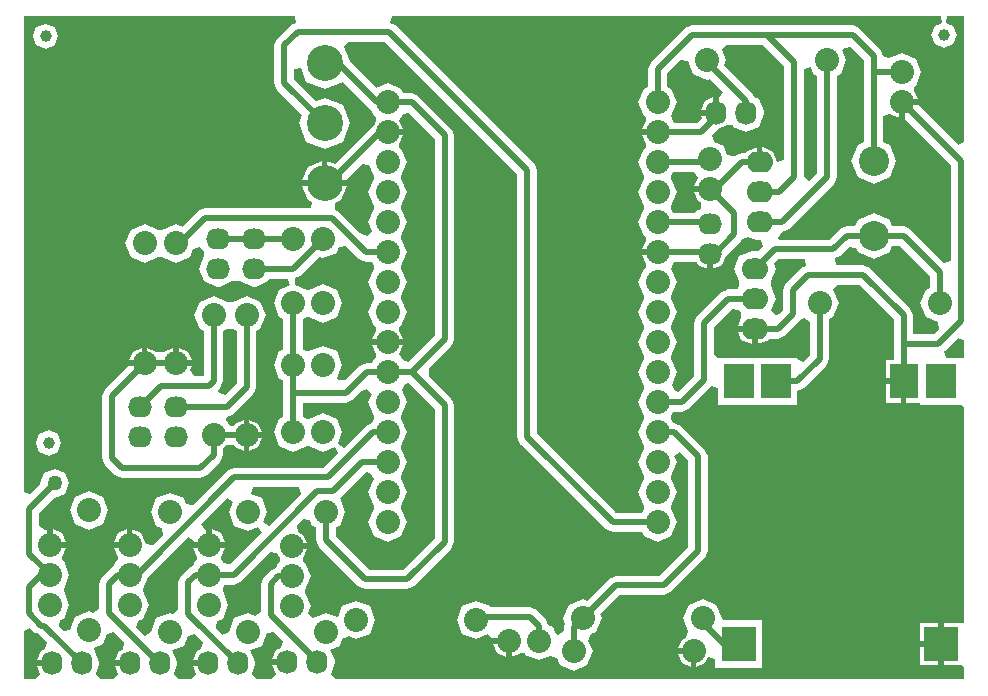
<source format=gbl>
%FSLAX43Y43*%
%MOMM*%
G71*
G01*
G75*
G04 Layer_Physical_Order=2*
G04 Layer_Color=16711680*
%ADD10C,0.500*%
%ADD11C,2.540*%
%ADD12R,2.500X3.000*%
%ADD13R,2.400X3.000*%
%ADD14R,3.000X3.000*%
%ADD15C,2.032*%
%ADD16O,2.032X1.778*%
%ADD17C,1.000*%
%ADD18C,3.048*%
%ADD19O,2.286X1.778*%
%ADD20O,1.778X2.032*%
%ADD21C,1.270*%
G36*
X171041Y46167D02*
X170698Y45339D01*
X171179Y44179D01*
X172339Y43698D01*
X173168Y44041D01*
X173501Y43542D01*
X170850Y40892D01*
X170262Y41009D01*
X170197Y41165D01*
X170044Y41229D01*
Y41538D01*
X170044Y41538D01*
X170044D01*
X170358Y42295D01*
X167716D01*
X168030Y41538D01*
Y41538D01*
D01*
Y41229D01*
X167877Y41165D01*
X167699Y40736D01*
X167488Y40649D01*
X167320Y40579D01*
X166685Y39944D01*
X166447Y39370D01*
Y37065D01*
X165948Y36732D01*
X165735Y36820D01*
X164575Y36339D01*
X164094Y35179D01*
X164108Y35146D01*
X163609Y34813D01*
X162894Y35528D01*
X163011Y36116D01*
X163466Y36305D01*
X163947Y37465D01*
X163466Y38625D01*
D01*
X163466Y38625D01*
Y38845D01*
X163466D01*
X163876Y39835D01*
X167251Y43209D01*
X167750Y42876D01*
X167716Y42795D01*
X168787D01*
Y43866D01*
X168706Y43832D01*
X168373Y44331D01*
X170542Y46501D01*
X171041Y46167D01*
D02*
G37*
G36*
X233001Y59873D02*
Y58388D01*
X232763D01*
Y58388D01*
X231420D01*
X231303Y58976D01*
X231333Y58989D01*
X232447Y60103D01*
X233001Y59873D01*
D02*
G37*
G36*
X219582Y66164D02*
X219136Y65979D01*
X217866Y64709D01*
X217628Y64135D01*
Y62439D01*
X217288Y62099D01*
X217055Y62002D01*
X216630Y62426D01*
X217022Y63373D01*
X216582Y64436D01*
D01*
X216582Y64436D01*
Y64850D01*
X216582D01*
X217022Y65913D01*
X216844Y66344D01*
X217252Y66752D01*
X219465D01*
X219582Y66164D01*
D02*
G37*
G36*
X188164Y76880D02*
Y60280D01*
X185951Y58067D01*
X185446Y58168D01*
X185163Y58697D01*
X185471Y59440D01*
X182829D01*
X183143Y58683D01*
Y58683D01*
D01*
Y58374D01*
X182990Y58310D01*
X182845Y57962D01*
X182372D01*
X181966Y57794D01*
X181798Y57724D01*
X180561Y56488D01*
X179964Y56546D01*
X179873Y56683D01*
X180330Y57785D01*
X179849Y58945D01*
X178689Y59426D01*
X177529Y58945D01*
D01*
Y58945D01*
X177309D01*
Y58945D01*
X176961Y59090D01*
Y61687D01*
X177309Y61832D01*
X177309Y61832D01*
X177529D01*
Y61832D01*
X178689Y61351D01*
X179849Y61832D01*
X180330Y62992D01*
X179849Y64152D01*
X178689Y64633D01*
X177529Y64152D01*
D01*
Y64152D01*
X177309D01*
Y64152D01*
X176308Y64567D01*
X176308Y65167D01*
X176723Y65339D01*
X178340Y66956D01*
X178689Y66812D01*
X179849Y67293D01*
X180038Y67748D01*
X180626Y67865D01*
X181755Y66736D01*
X181924Y66666D01*
X182329Y66498D01*
X182845D01*
X182990Y66150D01*
D01*
Y66150D01*
Y66150D01*
D01*
X182990Y65930D01*
X182990D01*
X182509Y64770D01*
X182990Y63610D01*
D01*
Y63610D01*
Y63610D01*
D01*
X182990Y63390D01*
X182990D01*
X182509Y62230D01*
X182990Y61070D01*
X183143Y61006D01*
Y60697D01*
X183143Y60697D01*
X183143D01*
X182829Y59940D01*
X185471D01*
X185157Y60697D01*
Y60697D01*
D01*
Y61006D01*
X185310Y61070D01*
X185791Y62230D01*
X185310Y63390D01*
D01*
X185310Y63390D01*
Y63610D01*
X185310D01*
X185791Y64770D01*
X185310Y65930D01*
D01*
X185310Y65930D01*
Y66150D01*
X185310D01*
X185791Y67310D01*
X185310Y68470D01*
D01*
X185310Y68470D01*
Y68690D01*
X185310D01*
X185791Y69850D01*
X185310Y71010D01*
D01*
X185310Y71010D01*
Y71230D01*
X185310D01*
X185791Y72390D01*
X185310Y73550D01*
D01*
X185310Y73550D01*
Y73770D01*
X185310D01*
X185791Y74930D01*
X185310Y76090D01*
X185157Y76154D01*
Y76463D01*
X185157Y76463D01*
X185157D01*
X185471Y77220D01*
X184150D01*
Y77720D01*
X185471D01*
X185163Y78463D01*
X185446Y78992D01*
X185951Y79093D01*
X188164Y76880D01*
D02*
G37*
G36*
X175274Y34441D02*
X175157Y33852D01*
X174731Y33676D01*
X174405Y32889D01*
X175641D01*
Y32389D01*
X174405D01*
X174708Y31658D01*
X174375Y31159D01*
X172985D01*
X172652Y31658D01*
X172953Y32385D01*
Y32639D01*
X172546Y33624D01*
X173499Y34019D01*
X173936Y35073D01*
X174524Y35190D01*
X175274Y34441D01*
D02*
G37*
G36*
X176852Y46894D02*
X174136Y44177D01*
X173637Y44510D01*
X173980Y45339D01*
X173499Y46499D01*
X172629Y46860D01*
X172746Y47448D01*
X176623D01*
X176852Y46894D01*
D02*
G37*
G36*
X174826Y41866D02*
X175015Y41411D01*
Y41411D01*
D01*
Y41102D01*
X174862Y41038D01*
X174679Y40597D01*
X174329Y40452D01*
X173682Y39805D01*
X173444Y39231D01*
Y36902D01*
X172945Y36569D01*
X172339Y36820D01*
D01*
X172339Y36820D01*
Y36820D01*
X171179Y36339D01*
X170698Y35179D01*
X170698Y35179D01*
X170698D01*
X170156Y34954D01*
X169595Y35515D01*
X169712Y36104D01*
X170197Y36305D01*
X170678Y37465D01*
X170197Y38625D01*
D01*
X170197Y38625D01*
Y38845D01*
X170197D01*
X170342Y39193D01*
X171111D01*
X171686Y39431D01*
X174238Y41983D01*
X174826Y41866D01*
D02*
G37*
G36*
X195149Y73959D02*
Y51689D01*
X195387Y51115D01*
X195387Y51115D01*
X195387Y51115D01*
X202626Y43876D01*
X203200Y43638D01*
X205705D01*
X205850Y43290D01*
X207010Y42809D01*
X208170Y43290D01*
X208651Y44450D01*
X208170Y45610D01*
D01*
X208170Y45610D01*
Y45830D01*
X208170D01*
X208651Y46990D01*
X208170Y48150D01*
D01*
X208170Y48150D01*
Y48370D01*
X208170D01*
X208651Y49530D01*
X208428Y50069D01*
X208926Y50402D01*
X209627Y49702D01*
Y42373D01*
X207182Y39928D01*
X203454D01*
X202880Y39690D01*
X201009Y37819D01*
X200660Y37963D01*
X199500Y37482D01*
X199019Y36322D01*
X199210Y35860D01*
X199086Y35560D01*
Y35244D01*
X198587Y34911D01*
X198377Y34998D01*
X198137Y35577D01*
X197771Y35729D01*
X197551Y36261D01*
X196789Y37023D01*
X196215Y37261D01*
X192842D01*
X192803Y37355D01*
X191643Y37836D01*
X190483Y37355D01*
X190002Y36195D01*
X190483Y35035D01*
X191643Y34554D01*
X192641Y34967D01*
X192941Y34667D01*
X194437D01*
Y34417D01*
X194687D01*
Y33096D01*
X195444Y33410D01*
X195444D01*
D01*
X195753D01*
X195817Y33257D01*
X196977Y32776D01*
X197943Y33176D01*
X198498Y32947D01*
X198738Y32368D01*
X199898Y31887D01*
X201058Y32368D01*
X201539Y33528D01*
X201165Y34431D01*
X201394Y34985D01*
X201820Y35162D01*
X202301Y36322D01*
X202157Y36671D01*
X203790Y38304D01*
X207518D01*
X208092Y38542D01*
X208092Y38542D01*
X208092Y38542D01*
X211013Y41463D01*
X211251Y42037D01*
Y50038D01*
X211132Y50325D01*
X211013Y50612D01*
X208981Y52644D01*
X208407Y52882D01*
X208315D01*
X208170Y53230D01*
D01*
X208170Y53230D01*
Y53450D01*
X208170D01*
X208315Y53798D01*
X209042D01*
X209616Y54036D01*
X211521Y55941D01*
X211530Y55962D01*
X212118Y55844D01*
Y54388D01*
X218793D01*
Y55576D01*
X218821D01*
X219395Y55814D01*
X219395Y55814D01*
X219395Y55814D01*
X221300Y57719D01*
X221370Y57887D01*
X221538Y58293D01*
Y61687D01*
X221886Y61832D01*
X222367Y62992D01*
X221910Y64094D01*
X222244Y64593D01*
X224073D01*
X227026Y61640D01*
Y58188D01*
X226338D01*
Y56638D01*
X227838D01*
Y56388D01*
X228088D01*
Y54588D01*
X229263D01*
Y54388D01*
X232763D01*
D01*
X232763D01*
X233001Y54150D01*
Y35963D01*
X233001D01*
X232813D01*
X232577Y35963D01*
X232577Y35963D01*
Y35963D01*
X231263D01*
Y34163D01*
Y32363D01*
X232577D01*
X232577Y32363D01*
X232577Y32363D01*
X232813Y32363D01*
X233001Y32175D01*
Y31159D01*
X179664D01*
X179331Y31658D01*
X179684Y32512D01*
Y32766D01*
X179303Y33687D01*
X180103Y34019D01*
X180332Y34572D01*
X180887Y34801D01*
X181483Y34554D01*
X182643Y35035D01*
X183124Y36195D01*
X182643Y37355D01*
X181483Y37836D01*
X180323Y37355D01*
X179931Y36411D01*
X178943Y36820D01*
X177863Y36373D01*
X177439Y36797D01*
X177663Y37338D01*
X177182Y38498D01*
D01*
X177182Y38498D01*
Y38718D01*
X177182D01*
X177663Y39878D01*
X177182Y41038D01*
X177029Y41102D01*
Y41411D01*
X177029Y41411D01*
X177029D01*
X177343Y42168D01*
X176022D01*
Y42668D01*
X177343D01*
X177029Y43425D01*
X176574Y43614D01*
X176457Y44202D01*
X177006Y44751D01*
X177594Y44634D01*
X177783Y44179D01*
X178131Y44034D01*
Y42926D01*
X178369Y42352D01*
X181671Y39050D01*
X182245Y38812D01*
X185801D01*
X186375Y39050D01*
X186375Y39050D01*
X186375Y39050D01*
X189550Y42225D01*
X189550Y42225D01*
X189550Y42225D01*
X189788Y42799D01*
Y54356D01*
X189669Y54643D01*
X189550Y54930D01*
X187630Y56850D01*
Y57450D01*
X189550Y59370D01*
X189669Y59657D01*
X189788Y59944D01*
Y77216D01*
X189669Y77503D01*
X189550Y77790D01*
X186756Y80584D01*
X186182Y80822D01*
X185455D01*
X185310Y81170D01*
X184150Y81651D01*
X183173Y81246D01*
X180936Y83483D01*
X180445Y84668D01*
X180778Y85167D01*
X183941D01*
X195149Y73959D01*
D02*
G37*
G36*
X182799Y55311D02*
X182509Y54610D01*
X182990Y53450D01*
D01*
Y53450D01*
Y53450D01*
D01*
X182990Y53230D01*
X182990D01*
X182838Y52864D01*
X182474Y52714D01*
X182306Y52644D01*
X180426Y50764D01*
X179927Y51097D01*
X180330Y52070D01*
X179849Y53230D01*
X178689Y53711D01*
X177529Y53230D01*
D01*
Y53230D01*
X177309D01*
Y53230D01*
X176961Y53375D01*
Y54560D01*
X180594D01*
X181168Y54798D01*
X181168Y54798D01*
X181168Y54798D01*
X181914Y55544D01*
X182375Y55735D01*
X182799Y55311D01*
D02*
G37*
G36*
X188164Y54020D02*
Y43135D01*
X185465Y40436D01*
X182581D01*
X179755Y43262D01*
Y44034D01*
X180103Y44179D01*
X180584Y45339D01*
X180103Y46499D01*
Y46499D01*
Y46499D01*
X180140Y46531D01*
X180140D01*
X180140Y46531D01*
X182312Y48703D01*
X182686Y48628D01*
X182969Y48099D01*
X182509Y46990D01*
X182990Y45830D01*
D01*
Y45830D01*
Y45830D01*
D01*
X182990Y45610D01*
X182990D01*
X182509Y44450D01*
X182990Y43290D01*
X184150Y42809D01*
X185310Y43290D01*
X185791Y44450D01*
X185310Y45610D01*
D01*
X185310Y45610D01*
Y45830D01*
X185310D01*
X185791Y46990D01*
X185310Y48150D01*
D01*
X185310Y48150D01*
Y48370D01*
X185310D01*
X185791Y49530D01*
X185310Y50690D01*
D01*
X185310Y50690D01*
Y50910D01*
X185310D01*
X185791Y52070D01*
X185310Y53230D01*
D01*
X185310Y53230D01*
Y53450D01*
X185310D01*
X185791Y54610D01*
X185363Y55643D01*
X185646Y56172D01*
X185951Y56233D01*
X188164Y54020D01*
D02*
G37*
G36*
X213896Y62436D02*
X213948Y62310D01*
X214101Y62246D01*
Y61743D01*
X214101Y61743D01*
X214101D01*
X213828Y61083D01*
X215265D01*
Y60833D01*
X215515D01*
Y59546D01*
X215519D01*
X216429Y59923D01*
X216470Y60021D01*
X217170D01*
X217744Y60259D01*
X219014Y61529D01*
X219039Y61590D01*
X219415Y61746D01*
X219914Y61413D01*
Y58629D01*
X219347Y58062D01*
X218793Y58292D01*
Y58388D01*
X212118D01*
D01*
X212118D01*
X211759Y58747D01*
Y61005D01*
X213307Y62553D01*
X213896Y62436D01*
D02*
G37*
G36*
X161849Y34277D02*
X161732Y33688D01*
X161396Y33549D01*
X161070Y32762D01*
X162306D01*
Y32262D01*
X161070D01*
X161320Y31658D01*
X160987Y31159D01*
X159777D01*
X159444Y31658D01*
X159745Y32385D01*
Y32639D01*
X159305Y33702D01*
Y33702D01*
D01*
Y33842D01*
X160037Y34146D01*
X160400Y35020D01*
X160988Y35137D01*
X161849Y34277D01*
D02*
G37*
G36*
X217755Y83103D02*
Y75096D01*
X217167Y74979D01*
X216810Y75840D01*
X215900Y76217D01*
X215896D01*
Y74930D01*
X215396D01*
Y76217D01*
X215392D01*
X214482Y75840D01*
X214441Y75742D01*
X214122D01*
X213716Y75574D01*
X213548Y75504D01*
X213516Y75472D01*
X212928Y75590D01*
X212615Y76344D01*
X211771Y76694D01*
X211654Y77283D01*
X212159Y77788D01*
X212873Y78084D01*
X212873D01*
D01*
X213376D01*
X213440Y77931D01*
X214503Y77491D01*
X215566Y77931D01*
X216006Y78994D01*
Y79248D01*
X215566Y80311D01*
X215176Y80473D01*
X215077Y80711D01*
X212660Y83128D01*
X212842Y83566D01*
X212491Y84414D01*
X212824Y84913D01*
X215945D01*
X217755Y83103D01*
D02*
G37*
G36*
X176417Y86744D02*
X176124Y86623D01*
X175956Y86553D01*
X174813Y85410D01*
X174575Y84836D01*
Y81661D01*
X174813Y81087D01*
X174813Y81087D01*
X174813Y81087D01*
X176931Y78969D01*
X176625Y78232D01*
X177267Y76683D01*
X178816Y76041D01*
X180365Y76683D01*
X181007Y78232D01*
X180365Y79781D01*
X178816Y80423D01*
X178079Y80117D01*
X176199Y81997D01*
Y82804D01*
X176787Y82921D01*
X177267Y81763D01*
X178816Y81121D01*
X180362Y81761D01*
X182687Y79436D01*
X182759Y79406D01*
X182990Y78850D01*
X183143Y78786D01*
Y78477D01*
X183143Y78477D01*
X183143D01*
X182968Y78055D01*
X182941Y78044D01*
X179670Y74773D01*
X179066Y75023D01*
Y73402D01*
X180687D01*
X180660Y73467D01*
X182014Y74821D01*
X182603Y74704D01*
X182990Y73770D01*
D01*
Y73770D01*
Y73770D01*
D01*
X182990Y73550D01*
X182990D01*
X182509Y72390D01*
X182990Y71230D01*
D01*
Y71230D01*
Y71230D01*
D01*
X182990Y71010D01*
X182990D01*
X182509Y69850D01*
X182799Y69149D01*
X182375Y68725D01*
X181842Y68946D01*
X179995Y70793D01*
X179665Y70929D01*
Y71529D01*
X180212Y71756D01*
X180687Y72902D01*
X176945D01*
X177420Y71756D01*
X177750Y71619D01*
X177633Y71031D01*
X168686D01*
X168281Y70863D01*
X168112Y70793D01*
X166801Y69482D01*
X166243Y69713D01*
X165083Y69232D01*
D01*
Y69232D01*
X164736D01*
Y69232D01*
X163576Y69713D01*
X162416Y69232D01*
X161935Y68072D01*
X162416Y66912D01*
X163576Y66431D01*
X164736Y66912D01*
X164736Y66912D01*
X165083D01*
Y66912D01*
X166243Y66431D01*
X167403Y66912D01*
X167701Y67631D01*
X168290Y67748D01*
X168582Y67455D01*
X168609Y67390D01*
D01*
Y67390D01*
Y67390D01*
D01*
X168609Y66976D01*
X168609D01*
X168169Y65913D01*
X168609Y64850D01*
X169672Y64410D01*
X169926D01*
X170989Y64850D01*
X171023Y64932D01*
X171623D01*
X171657Y64850D01*
X172720Y64410D01*
X172974D01*
X174037Y64850D01*
X174141Y65101D01*
X175742D01*
X175859Y64513D01*
X174989Y64152D01*
X174508Y62992D01*
X174989Y61832D01*
X175337Y61687D01*
Y59090D01*
X174989Y58945D01*
X174508Y57785D01*
X174989Y56625D01*
X175337Y56480D01*
Y55372D01*
X175337Y55372D01*
X175337D01*
Y53375D01*
X174989Y53230D01*
X174508Y52070D01*
X174989Y50910D01*
X176149Y50429D01*
X177309Y50910D01*
X177309Y50910D01*
X177529D01*
Y50910D01*
X178689Y50429D01*
X179662Y50832D01*
X179995Y50333D01*
X178734Y49072D01*
X171154D01*
X170748Y48904D01*
X170579Y48834D01*
X167672Y45927D01*
X167084Y46044D01*
X166895Y46499D01*
X165735Y46980D01*
X164575Y46499D01*
X164094Y45339D01*
X164575Y44179D01*
X165030Y43990D01*
X165147Y43402D01*
X164276Y42531D01*
X163688Y42648D01*
X163313Y43552D01*
X162556Y43866D01*
Y42545D01*
X162306D01*
Y42295D01*
X160985D01*
X161299Y41538D01*
Y41538D01*
D01*
Y41229D01*
X161146Y41165D01*
X160942Y40672D01*
X160716Y40579D01*
X159954Y39817D01*
X159716Y39243D01*
Y37139D01*
X159217Y36806D01*
X158877Y36947D01*
X157717Y36466D01*
X157255Y35352D01*
X156754Y35253D01*
X156330Y35677D01*
X156430Y36178D01*
X156735Y36305D01*
X157216Y37465D01*
X156735Y38625D01*
D01*
X156735Y38625D01*
Y38845D01*
X156735D01*
X157216Y40005D01*
X156735Y41165D01*
X156582Y41229D01*
Y41538D01*
X156582Y41538D01*
X156582D01*
X156896Y42295D01*
X155575D01*
Y42545D01*
X155325D01*
Y43866D01*
X155120Y43781D01*
X154621Y44114D01*
Y45269D01*
X155899Y46547D01*
X155956Y46523D01*
X156825Y46883D01*
X157185Y47752D01*
X156825Y48621D01*
X155956Y48981D01*
X155087Y48621D01*
X154727Y47752D01*
X154751Y47695D01*
X153887Y46831D01*
X153333Y47061D01*
Y87332D01*
X176300D01*
X176417Y86744D01*
D02*
G37*
G36*
X233001Y84836D02*
Y76652D01*
X232447Y76422D01*
X229109Y79760D01*
X227961D01*
Y78612D01*
X231852Y74721D01*
Y66625D01*
X231298Y66395D01*
X228412Y69281D01*
X227838Y69519D01*
X226878D01*
X226653Y70062D01*
X225298Y70623D01*
X223943Y70062D01*
X223718Y69519D01*
X223012D01*
X222606Y69351D01*
X222438Y69281D01*
X221533Y68376D01*
X217333D01*
X217244Y68509D01*
X217527Y69038D01*
X217551D01*
X218125Y69276D01*
X221935Y73086D01*
X222005Y73254D01*
X222173Y73660D01*
Y82261D01*
X222521Y82406D01*
X223002Y83566D01*
X222651Y84414D01*
X222801Y84640D01*
X223398Y84699D01*
X224486Y83611D01*
Y82677D01*
Y76637D01*
X223943Y76412D01*
X223382Y75057D01*
X223943Y73702D01*
X225298Y73141D01*
X226653Y73702D01*
X227214Y75057D01*
X226653Y76412D01*
X226110Y76637D01*
Y78899D01*
X226698Y79016D01*
X226704Y79003D01*
X227461Y78689D01*
Y80010D01*
X227711D01*
Y80260D01*
X229032D01*
X228718Y81017D01*
Y81017D01*
D01*
Y81326D01*
X228871Y81390D01*
X229352Y82550D01*
X228871Y83710D01*
X227711Y84191D01*
X226650Y83751D01*
X226096Y83981D01*
X225942Y84353D01*
X225872Y84521D01*
X224094Y86299D01*
X223520Y86537D01*
X209931D01*
X209357Y86299D01*
X206436Y83378D01*
X206198Y82804D01*
Y81315D01*
X205850Y81170D01*
X205369Y80010D01*
X205850Y78850D01*
X206003Y78786D01*
Y78477D01*
X206003Y78477D01*
X206003D01*
X205689Y77720D01*
X207010D01*
Y77220D01*
X205689D01*
X206003Y76463D01*
Y76463D01*
D01*
Y76154D01*
X205850Y76090D01*
X205369Y74930D01*
X205850Y73770D01*
D01*
Y73770D01*
Y73770D01*
D01*
X205850Y73550D01*
X205850D01*
X205369Y72390D01*
X205850Y71230D01*
D01*
Y71230D01*
Y71230D01*
D01*
X205850Y71010D01*
X205850D01*
X205369Y69850D01*
X205850Y68690D01*
X206003Y68626D01*
Y68317D01*
X206003Y68317D01*
X206003D01*
X205689Y67560D01*
X207010D01*
Y67060D01*
X205689D01*
X206003Y66303D01*
Y66303D01*
D01*
Y65994D01*
X205850Y65930D01*
X205369Y64770D01*
X205850Y63610D01*
D01*
Y63610D01*
Y63610D01*
D01*
X205850Y63390D01*
X205850D01*
X205369Y62230D01*
X205850Y61070D01*
D01*
Y61070D01*
Y61070D01*
D01*
X205850Y60850D01*
X205850D01*
X205369Y59690D01*
X205850Y58530D01*
D01*
Y58530D01*
Y58530D01*
D01*
X205850Y58310D01*
X205850D01*
X205369Y57150D01*
X205850Y55990D01*
D01*
Y55990D01*
Y55990D01*
D01*
X205850Y55770D01*
X205850D01*
X205369Y54610D01*
X205850Y53450D01*
D01*
Y53450D01*
Y53450D01*
D01*
X205850Y53230D01*
X205850D01*
X205369Y52070D01*
X205850Y50910D01*
D01*
Y50910D01*
Y50910D01*
D01*
X205850Y50690D01*
X205850D01*
X205369Y49530D01*
X205850Y48370D01*
D01*
Y48370D01*
Y48370D01*
D01*
X205850Y48150D01*
X205850D01*
X205369Y46990D01*
X205850Y45830D01*
D01*
Y45830D01*
Y45830D01*
D01*
X205850Y45610D01*
X205850D01*
X205705Y45262D01*
X203536D01*
X196773Y52025D01*
Y74295D01*
X196605Y74701D01*
X196535Y74869D01*
X184851Y86553D01*
X184390Y86744D01*
X184507Y87332D01*
X230997D01*
X231114Y86744D01*
D01*
X231114D01*
D01*
X230502Y86490D01*
X230185Y85725D01*
X230502Y84960D01*
X231267Y84643D01*
X232032Y84960D01*
X232349Y85725D01*
X232032Y86490D01*
X231420Y86744D01*
X231537Y87332D01*
X233001D01*
Y84836D01*
D02*
G37*
G36*
X154269Y35125D02*
X154438Y35055D01*
X154631Y34975D01*
X155305Y34301D01*
X155188Y33713D01*
X154792Y33549D01*
X154466Y32762D01*
X155702D01*
Y32262D01*
X154466D01*
X154716Y31658D01*
X154383Y31159D01*
X153333D01*
Y35278D01*
X153887Y35507D01*
X154269Y35125D01*
D02*
G37*
G36*
X209579Y83520D02*
X210041Y82406D01*
X211201Y81925D01*
X211460Y82032D01*
X212572Y80919D01*
X212239Y80421D01*
X212213Y80431D01*
Y79121D01*
X211963D01*
Y78871D01*
X210727D01*
X210791Y78716D01*
X210357Y78282D01*
X208406D01*
X208170Y78850D01*
D01*
D01*
X208651Y80010D01*
X208170Y81170D01*
X207822Y81315D01*
Y82468D01*
X208991Y83637D01*
X209579Y83520D01*
D02*
G37*
G36*
X210435Y73619D02*
X210134Y72894D01*
X211455D01*
Y72394D01*
X210134D01*
X210448Y71637D01*
X210659Y71549D01*
X210659Y70949D01*
X210265Y70786D01*
X210213Y70662D01*
X208315D01*
X208170Y71010D01*
D01*
X208170Y71010D01*
Y71230D01*
X208170D01*
X208651Y72390D01*
X208170Y73550D01*
D01*
X208170Y73550D01*
Y73770D01*
X208170D01*
X208315Y74118D01*
X210101D01*
X210435Y73619D01*
D02*
G37*
G36*
X215392Y68347D02*
X215767D01*
X215983Y67824D01*
X215559Y67400D01*
X215519Y67416D01*
X215011D01*
X213948Y66976D01*
X213508Y65913D01*
X213948Y64850D01*
D01*
Y64850D01*
Y64850D01*
D01*
X213948Y64436D01*
X213948D01*
X213844Y64185D01*
X212979D01*
X212692Y64066D01*
X212405Y63947D01*
X210373Y61915D01*
X210135Y61341D01*
Y56851D01*
X208811Y55527D01*
X208506Y55588D01*
X208223Y56117D01*
X208651Y57150D01*
X208170Y58310D01*
D01*
X208170Y58310D01*
Y58530D01*
X208170D01*
X208651Y59690D01*
X208170Y60850D01*
D01*
X208170Y60850D01*
Y61070D01*
X208170D01*
X208651Y62230D01*
X208170Y63390D01*
D01*
X208170Y63390D01*
Y63610D01*
X208170D01*
X208651Y64770D01*
X208170Y65930D01*
Y65930D01*
Y65930D01*
X208406Y66498D01*
X210325D01*
X210418Y66273D01*
X211205Y65947D01*
Y67183D01*
X211705D01*
Y65947D01*
X212492Y66273D01*
X212788Y66987D01*
X214061Y68260D01*
X214124Y68412D01*
X214679Y68642D01*
X215392Y68347D01*
D02*
G37*
G36*
X230074Y65323D02*
Y64297D01*
X229726Y64152D01*
X229245Y62992D01*
X229726Y61832D01*
X230750Y61407D01*
X230867Y60819D01*
X230423Y60375D01*
X228650D01*
Y61976D01*
X228482Y62382D01*
X228412Y62550D01*
X224983Y65979D01*
X224409Y66217D01*
X222114D01*
X221997Y66805D01*
X222443Y66990D01*
X223228Y67775D01*
X223817Y67658D01*
X223943Y67352D01*
X225298Y66791D01*
X226653Y67352D01*
X226878Y67895D01*
X227502D01*
X230074Y65323D01*
D02*
G37*
G36*
X168513Y34301D02*
X168396Y33713D01*
X168000Y33549D01*
X167674Y32762D01*
X168910D01*
Y32262D01*
X167674D01*
X167924Y31658D01*
X167591Y31159D01*
X166381D01*
X166048Y31658D01*
X166349Y32385D01*
Y32639D01*
X165942Y33624D01*
X166895Y34019D01*
X167245Y34863D01*
X167834Y34980D01*
X168513Y34301D01*
D02*
G37*
G36*
X220201Y82406D02*
X220549Y82261D01*
Y73996D01*
X219876Y73323D01*
X219377Y73657D01*
X219379Y73660D01*
X219379Y73660D01*
X219379Y73660D01*
Y73660D01*
Y82852D01*
X219967Y82969D01*
X220201Y82406D01*
D02*
G37*
%LPC*%
G36*
X162056Y43866D02*
X161299Y43552D01*
X160985Y42795D01*
X162056D01*
Y43866D01*
D02*
G37*
G36*
X155825D02*
Y42795D01*
X156896D01*
X156582Y43552D01*
X155825Y43866D01*
D02*
G37*
G36*
X209808Y33278D02*
X208737D01*
X209051Y32521D01*
X209808Y32207D01*
Y33278D01*
D02*
G37*
G36*
X210820Y37963D02*
X209660Y37482D01*
X209179Y36322D01*
X209630Y35234D01*
X209400Y34680D01*
X209051Y34535D01*
X208737Y33778D01*
X210058D01*
Y33528D01*
X210308D01*
Y32207D01*
X211065Y32521D01*
X211280Y33038D01*
X211868Y32921D01*
Y32163D01*
X215868D01*
Y36163D01*
X212567D01*
X212461Y36322D01*
X212461Y36322D01*
X212461D01*
X211980Y37482D01*
X210820Y37963D01*
D02*
G37*
G36*
X230763Y33913D02*
X229213D01*
Y32363D01*
X230763D01*
Y33913D01*
D02*
G37*
G36*
Y35963D02*
X229213D01*
Y34413D01*
X230763D01*
Y35963D01*
D02*
G37*
G36*
X194187Y34167D02*
X193116D01*
X193430Y33410D01*
X194187Y33096D01*
Y34167D01*
D02*
G37*
G36*
X172212Y63617D02*
X171052Y63136D01*
D01*
Y63136D01*
X170578D01*
Y63136D01*
X169418Y63617D01*
X168258Y63136D01*
X167777Y61976D01*
X168258Y60816D01*
X168606Y60671D01*
Y56819D01*
X167755D01*
X167421Y57318D01*
X167564Y57662D01*
X166243D01*
Y57912D01*
X165993D01*
Y59233D01*
X165236Y58919D01*
X165210Y58856D01*
X164609D01*
X164583Y58919D01*
X163826Y59233D01*
Y57912D01*
X163576D01*
Y57662D01*
X162178D01*
X160208Y55692D01*
X159970Y55118D01*
Y49911D01*
X160208Y49337D01*
X160208Y49337D01*
X160208Y49337D01*
X161097Y48448D01*
X161671Y48210D01*
X168275D01*
X168849Y48448D01*
X168849Y48448D01*
X168849Y48448D01*
X169992Y49591D01*
X170062Y49759D01*
X170230Y50165D01*
Y50728D01*
X170425Y50809D01*
X170506Y51004D01*
X171124D01*
X171205Y50809D01*
X171962Y50495D01*
Y51816D01*
Y53137D01*
X171205Y52823D01*
X171124Y52628D01*
X170845D01*
X170464Y53092D01*
X170529Y53417D01*
X170561D01*
X171135Y53655D01*
X172786Y55306D01*
X172905Y55593D01*
X173024Y55880D01*
Y60671D01*
X173372Y60816D01*
X173853Y61976D01*
X173372Y63136D01*
X172212Y63617D01*
D02*
G37*
G36*
X215015Y60583D02*
X213828D01*
X214101Y59923D01*
X215011Y59546D01*
X215015D01*
Y60583D01*
D02*
G37*
G36*
X166493Y59233D02*
Y58162D01*
X167564D01*
X167250Y58919D01*
X166493Y59233D01*
D02*
G37*
G36*
X155194Y86680D02*
X154429Y86363D01*
X154112Y85598D01*
X154429Y84833D01*
X155194Y84516D01*
X155959Y84833D01*
X156276Y85598D01*
X155959Y86363D01*
X155194Y86680D01*
D02*
G37*
G36*
X211713Y80431D02*
X211053Y80158D01*
X210727Y79371D01*
X211713D01*
Y80431D01*
D02*
G37*
G36*
X178566Y75023D02*
X177420Y74548D01*
X176945Y73402D01*
X178566D01*
Y75023D01*
D02*
G37*
G36*
X163326Y59233D02*
X162569Y58919D01*
X162255Y58162D01*
X163326D01*
Y59233D01*
D02*
G37*
G36*
X155448Y52263D02*
X154683Y51946D01*
X154366Y51181D01*
X154683Y50416D01*
X155448Y50099D01*
X156213Y50416D01*
X156530Y51181D01*
X156213Y51946D01*
X155448Y52263D01*
D02*
G37*
G36*
X158877Y47107D02*
X157717Y46626D01*
X157236Y45466D01*
X157717Y44306D01*
X158877Y43825D01*
X160037Y44306D01*
X160518Y45466D01*
X160037Y46626D01*
X158877Y47107D01*
D02*
G37*
G36*
X169287Y43866D02*
Y42795D01*
X170358D01*
X170044Y43552D01*
X169287Y43866D01*
D02*
G37*
G36*
X173533Y51566D02*
X172462D01*
Y50495D01*
X173219Y50809D01*
X173533Y51566D01*
D02*
G37*
G36*
X227588Y56138D02*
X226338D01*
Y54588D01*
X227588D01*
Y56138D01*
D02*
G37*
G36*
X172462Y53137D02*
Y52066D01*
X173533D01*
X173219Y52823D01*
X172462Y53137D01*
D02*
G37*
%LPD*%
G36*
X171400Y60671D02*
Y56216D01*
X170450Y55266D01*
X169861Y55383D01*
X169773Y55595D01*
X169992Y55814D01*
X169992Y55814D01*
X169992Y55814D01*
X170230Y56388D01*
Y60671D01*
X170578Y60816D01*
Y60816D01*
X171052Y60816D01*
Y60816D01*
Y60816D01*
D01*
D01*
D01*
X171400Y60671D01*
D02*
G37*
D10*
X153809Y45605D02*
X155956Y47752D01*
X153809Y41813D02*
Y45605D01*
X188976Y59944D02*
Y77216D01*
X186182Y80010D02*
X188976Y77216D01*
X184150Y80010D02*
X186182D01*
X203200Y44450D02*
X207010D01*
X195961Y51689D02*
X203200Y44450D01*
X195961Y51689D02*
Y74295D01*
X221869Y67564D02*
X223012Y68707D01*
X216916Y67564D02*
X221869D01*
X215265Y65913D02*
X216916Y67564D01*
X223012Y68707D02*
X225298D01*
X227838Y56388D02*
Y61976D01*
X220726Y58293D02*
Y62992D01*
X218821Y56388D02*
X220726Y58293D01*
X217678Y56388D02*
X218821D01*
X219710Y65405D02*
X224409D01*
X218440Y64135D02*
X219710Y65405D01*
X218440Y62103D02*
Y64135D01*
X224409Y65405D02*
X227838Y61976D01*
X230886Y62992D02*
Y65659D01*
X227838Y68707D02*
X230886Y65659D01*
X225298Y68707D02*
X227838D01*
X218567Y73660D02*
Y83439D01*
X217297Y72390D02*
X218567Y73660D01*
X215265Y72390D02*
X217297D01*
X221361Y73660D02*
Y83566D01*
X217551Y69850D02*
X221361Y73660D01*
X215646Y69850D02*
X217551D01*
X216281Y85725D02*
X218567Y83439D01*
X223520Y85725D02*
X225298Y83947D01*
X209931Y85725D02*
X223520D01*
X207010Y82804D02*
X209931Y85725D01*
X214503Y79121D02*
Y80137D01*
Y78740D02*
Y79121D01*
X215265Y69850D02*
X215646D01*
X196977Y34036D02*
Y35687D01*
X196215Y36449D02*
X196977Y35687D01*
X191643Y36449D02*
X196215D01*
X191135Y35941D02*
X191643Y36449D01*
X199898Y35560D02*
X203454Y39116D01*
X199898Y33528D02*
Y35560D01*
X210439Y36322D02*
X212598Y34163D01*
X210312Y36322D02*
X210439D01*
X203454Y39116D02*
X207518D01*
X232664Y61468D02*
Y75057D01*
X230759Y59563D02*
X232664Y61468D01*
X227838Y59563D02*
X230759D01*
X227711Y80010D02*
X232664Y75057D01*
X220726Y62992D02*
Y63500D01*
X186182Y57150D02*
X188976Y59944D01*
X184150Y57150D02*
X186182D01*
X169418Y51816D02*
X172212D01*
X169418Y50165D02*
Y51816D01*
X168275Y49022D02*
X169418Y50165D01*
X161671Y49022D02*
X168275D01*
X160782Y49911D02*
X161671Y49022D01*
X160782Y49911D02*
Y55118D01*
X163576Y57912D01*
X166243D01*
X163195Y54229D02*
X164973Y56007D01*
X169037D01*
X169418Y56388D01*
Y61976D01*
X172212Y55880D02*
Y61976D01*
X170561Y54229D02*
X172212Y55880D01*
X166243Y54229D02*
X170561D01*
X182245Y39624D02*
X185801D01*
X178943Y42926D02*
X182245Y39624D01*
X178943Y42926D02*
Y45339D01*
X188976Y42799D02*
Y54356D01*
X186182Y57150D02*
X188976Y54356D01*
X182372Y57150D02*
X184150D01*
X180594Y55372D02*
X182372Y57150D01*
X176149Y55372D02*
X180594D01*
X185801Y39624D02*
X188976Y42799D01*
X176149Y55372D02*
Y57785D01*
Y52070D02*
Y55372D01*
Y57785D02*
Y62992D01*
Y65913D02*
X178689Y68453D01*
X172847Y65913D02*
X176149D01*
X172847Y68453D02*
X176149D01*
X169799D02*
X172847D01*
X182329Y67310D02*
X184150D01*
X168686Y70219D02*
X179421D01*
X166540Y68072D02*
X168686Y70219D01*
X179421D02*
X182329Y67310D01*
X166243Y68072D02*
X166540D01*
X179070Y48260D02*
X182880Y52070D01*
X171154Y48260D02*
X179070D01*
X162898Y40005D02*
X171154Y48260D01*
X178212Y47105D02*
X179566D01*
X171111Y40005D02*
X178212Y47105D01*
X182880Y52070D02*
X184150D01*
X169037Y40005D02*
X171111D01*
X179566Y47105D02*
X181991Y49530D01*
X184150D01*
X184277Y85979D02*
X195961Y74295D01*
X176530Y85979D02*
X184277D01*
X175387Y84836D02*
X176530Y85979D01*
X153809Y41813D02*
X155575Y40048D01*
Y40005D02*
Y40048D01*
X162306Y40005D02*
X162898D01*
X174903Y39878D02*
X176022D01*
X174256Y39231D02*
X174903Y39878D01*
X174256Y36606D02*
Y39231D01*
X181483Y36195D02*
Y36449D01*
X174256Y36606D02*
X178181Y32681D01*
Y32639D02*
Y32681D01*
X167894Y40005D02*
X169037D01*
X167259Y39370D02*
X167894Y40005D01*
X167259Y36703D02*
Y39370D01*
Y36703D02*
X171450Y32512D01*
X161290Y40005D02*
X162306D01*
X160528Y39243D02*
X161290Y40005D01*
X160528Y36745D02*
Y39243D01*
Y36745D02*
X164762Y32512D01*
X164846D01*
X154813Y40005D02*
X155575D01*
X153797Y38989D02*
X154813Y40005D01*
X153797Y36745D02*
Y38989D01*
Y36745D02*
X154844Y35699D01*
X155055D01*
X158242Y32512D01*
X178689Y73025D02*
X178816Y73152D01*
X175387Y81661D02*
X178816Y78232D01*
X175387Y81661D02*
Y84836D01*
X178816Y83312D02*
X179959D01*
X183261Y80010D01*
X184150D01*
X178816Y73152D02*
X179197D01*
X183515Y77470D01*
X184150D01*
X207010Y52070D02*
X208407D01*
X210439Y50038D01*
Y42037D02*
Y50038D01*
X207518Y39116D02*
X210439Y42037D01*
X212598Y34163D02*
X214503D01*
X211201Y83439D02*
Y83566D01*
Y83439D02*
X214503Y80137D01*
X210693Y77470D02*
X211963Y78740D01*
X207010Y77470D02*
X210693D01*
X207010Y67310D02*
X211328D01*
X211455Y67183D01*
X207010Y69850D02*
X211328D01*
X207010Y74930D02*
X211201D01*
X211455Y75184D01*
X207010Y80010D02*
Y82804D01*
X225425Y82550D02*
X227711D01*
X225298Y82677D02*
X225425Y82550D01*
X225298Y75057D02*
Y82677D01*
Y83947D01*
X212979Y63373D02*
X215265D01*
X207010Y54610D02*
X209042D01*
X210947Y56515D01*
Y61341D01*
X212979Y63373D01*
X215137Y60833D02*
X215265D01*
X217170D01*
X218440Y62103D01*
X211455Y72644D02*
X213487Y70612D01*
X211455Y67183D02*
X211836D01*
X213487Y68834D01*
Y70612D01*
X211455Y72644D02*
X211836D01*
X214122Y74930D01*
X215265D01*
D11*
X225298Y68707D02*
D03*
Y75057D02*
D03*
D12*
X217043Y56388D02*
D03*
X213868D02*
D03*
X231013D02*
D03*
D13*
X227838D02*
D03*
D14*
X213868Y34163D02*
D03*
X231013D02*
D03*
D15*
X184150Y80010D02*
D03*
Y62230D02*
D03*
Y64770D02*
D03*
Y67310D02*
D03*
Y69850D02*
D03*
Y72390D02*
D03*
Y74930D02*
D03*
Y77470D02*
D03*
Y59690D02*
D03*
Y44450D02*
D03*
Y46990D02*
D03*
Y49530D02*
D03*
Y52070D02*
D03*
Y54610D02*
D03*
Y57150D02*
D03*
X207010D02*
D03*
Y54610D02*
D03*
Y52070D02*
D03*
Y49530D02*
D03*
Y46990D02*
D03*
Y44450D02*
D03*
Y59690D02*
D03*
Y77470D02*
D03*
Y74930D02*
D03*
Y72390D02*
D03*
Y69850D02*
D03*
Y67310D02*
D03*
Y64770D02*
D03*
Y62230D02*
D03*
Y80010D02*
D03*
X227711D02*
D03*
Y82550D02*
D03*
X176149Y52070D02*
D03*
X178689D02*
D03*
X176149Y57785D02*
D03*
X178689D02*
D03*
X176149Y62992D02*
D03*
X178689D02*
D03*
X176149Y68453D02*
D03*
X178689D02*
D03*
X169037Y37465D02*
D03*
Y40005D02*
D03*
Y42545D02*
D03*
X162306Y37465D02*
D03*
Y40005D02*
D03*
Y42545D02*
D03*
X155575Y37465D02*
D03*
Y40005D02*
D03*
Y42545D02*
D03*
X211201Y83566D02*
D03*
X221361D02*
D03*
X200660Y36322D02*
D03*
X210820D02*
D03*
X169418Y51816D02*
D03*
Y61976D02*
D03*
X172212Y51816D02*
D03*
Y61976D02*
D03*
X166243Y57912D02*
D03*
Y68072D02*
D03*
X163576Y57912D02*
D03*
Y68072D02*
D03*
X210058Y33528D02*
D03*
X199898D02*
D03*
X191643Y36195D02*
D03*
X181483D02*
D03*
X178943Y35179D02*
D03*
Y45339D02*
D03*
X172339Y35179D02*
D03*
Y45339D02*
D03*
X165735Y35179D02*
D03*
Y45339D02*
D03*
X158877Y35306D02*
D03*
Y45466D02*
D03*
X176022Y37338D02*
D03*
Y39878D02*
D03*
Y42418D02*
D03*
X230886Y62992D02*
D03*
X220726D02*
D03*
X196977Y34417D02*
D03*
X194437D02*
D03*
X211455Y75184D02*
D03*
Y72644D02*
D03*
D16*
X172847Y68453D02*
D03*
Y65913D02*
D03*
X169799Y68453D02*
D03*
Y65913D02*
D03*
X166243Y51689D02*
D03*
Y54229D02*
D03*
X163195Y51689D02*
D03*
Y54229D02*
D03*
X211455Y69723D02*
D03*
Y67183D02*
D03*
D17*
X231267Y85725D02*
D03*
X155448Y51181D02*
D03*
X155194Y85598D02*
D03*
D18*
X178816Y83312D02*
D03*
Y78232D02*
D03*
Y73152D02*
D03*
D19*
X215265Y63373D02*
D03*
Y60833D02*
D03*
Y65913D02*
D03*
X215646Y72390D02*
D03*
Y69850D02*
D03*
Y74930D02*
D03*
D20*
X214503Y79121D02*
D03*
X211963D02*
D03*
X178181Y32639D02*
D03*
X175641D02*
D03*
X171450Y32512D02*
D03*
X168910D02*
D03*
X164846D02*
D03*
X162306D02*
D03*
X158242D02*
D03*
X155702D02*
D03*
D21*
X155956Y47752D02*
D03*
M02*

</source>
